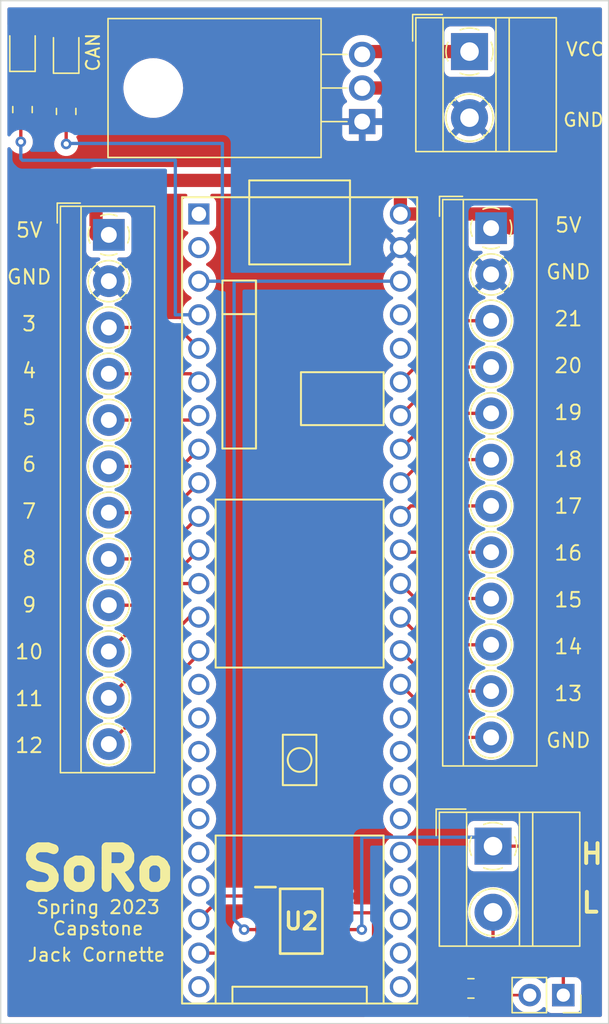
<source format=kicad_pcb>
(kicad_pcb (version 20211014) (generator pcbnew)
  (layers (0 "F.Cu" signal) (31 "B.Cu" signal) (34 "B.Paste" user) (35 "F.Paste" user) (36 "B.SilkS" user "B.Silkscreen") (37 "F.SilkS" user "F.Silkscreen") (38 "B.Mask" user) (39 "F.Mask" user) (44 "Edge.Cuts" user))
  (net 0 "")
  (net 1 "GND")
  (net 2 "+BATT")
  (net 3 "Net-(J3-Pad1)")
  (net 4 "Net-(J3-Pad2)")
  (net 5 "unconnected-(U3-Pad3)")
  (net 6 "unconnected-(U3-Pad4)")
  (net 7 "5v")
  (net 8 "Net-(J1-Pad3)")
  (net 9 "Net-(J1-Pad4)")
  (net 10 "Net-(J1-Pad5)")
  (net 11 "Net-(J1-Pad6)")
  (net 12 "Net-(J1-Pad7)")
  (net 13 "Net-(J1-Pad8)")
  (net 14 "Net-(J1-Pad9)")
  (net 15 "Net-(J1-Pad10)")
  (net 16 "Net-(J1-Pad11)")
  (net 17 "Net-(J1-Pad12)")
  (net 18 "Net-(J2-Pad12)")
  (net 19 "Net-(U2-Pad1)")
  (net 20 "3v3")
  (net 21 "Net-(U2-Pad4)")
  (net 22 "Net-(J2-Pad3)")
  (net 23 "Net-(J2-Pad4)")
  (net 43 "Net-(J2-Pad5)")
  (net 44 "Net-(J2-Pad6)")
  (net 45 "Net-(J2-Pad7)")
  (net 46 "Net-(J2-Pad8)")
  (net 47 "Net-(J2-Pad9)")
  (net 48 "Net-(J2-Pad10)")
  (net 49 "Net-(J2-Pad11)")
  (footprint "MAX3051_footprint:SOIC127P600X175-8N" (layer "F.Cu") (at 146.05 122.428)
    (fp_text reference "U2" (at 0 0) (layer "F.SilkS") (effects (font (size 1.27 1.27) (thickness 0.254))))
    (fp_text value "MAX3051" hide)
    (fp_line (start 1.6 2.45) (end -1.6 2.45) (layer "F.SilkS") (width 0.2))
    (fp_line (start -1.6 2.45) (end -1.6 -2.45) (layer "F.SilkS") (width 0.2))
    (fp_line (start -1.6 -2.45) (end 1.6 -2.45) (layer "F.SilkS") (width 0.2))
    (fp_line (start -3.475 -2.58) (end -1.95 -2.58) (layer "F.SilkS") (width 0.2))
    (fp_line (start 1.6 -2.45) (end 1.6 2.45) (layer "F.SilkS") (width 0.2))
    (pad "1" smd rect locked (at -2.712 -1.905 90) (size 0.65 1.525) (layers "F.Cu" "F.Paste" "F.Mask") (net 19 "Net-(U2-Pad1)"))
    (pad "2" smd rect locked (at -2.712 -0.635 90) (size 0.65 1.525) (layers "F.Cu" "F.Paste" "F.Mask") (net 1 "GND"))
    (pad "3" smd rect locked (at -2.712 0.635 90) (size 0.65 1.525) (layers "F.Cu" "F.Paste" "F.Mask") (net 20 "3v3"))
    (pad "4" smd rect locked (at -2.712 1.905 90) (size 0.65 1.525) (layers "F.Cu" "F.Paste" "F.Mask") (net 21 "Net-(U2-Pad4)"))
    (pad "5" smd rect locked (at 2.712 1.905 90) (size 0.65 1.525) (layers "F.Cu" "F.Paste" "F.Mask") (net 1 "GND"))
    (pad "6" smd rect locked (at 2.712 0.635 90) (size 0.65 1.525) (layers "F.Cu" "F.Paste" "F.Mask") (net 4 "Net-(J3-Pad2)"))
    (pad "7" smd rect locked (at 2.712 -0.635 90) (size 0.65 1.525) (layers "F.Cu" "F.Paste" "F.Mask") (net 3 "Net-(J3-Pad1)"))
    (pad "8" smd rect locked (at 2.712 -1.905 90) (size 0.65 1.525) (layers "F.Cu" "F.Paste" "F.Mask") (net 1 "GND"))
  )
  (footprint "LED_SMD:LED_0805_2012Metric" (layer "F.Cu") (at 128.27 56.633 90)
    (fp_text reference "CAN" (at -0.1035 2.032 90) (layer "F.SilkS"))
    (fp_text value "LED_0805_2012Metric" hide)
    (fp_line (start -1.685 0.96) (end 1 0.96) (layer "F.SilkS") (width 0.12))
    (fp_line (start 1 -0.96) (end -1.685 -0.96) (layer "F.SilkS") (width 0.12))
    (fp_line (start -1.685 -0.96) (end -1.685 0.96) (layer "F.SilkS") (width 0.12))
    (pad "1" smd roundrect (at -0.9375 0 90) (size 0.975 1.4) (layers "F.Cu" "F.Paste" "F.Mask"))
    (pad "2" smd roundrect (at 0.9375 0 90) (size 0.975 1.4) (layers "F.Cu" "F.Paste" "F.Mask") (net 1 "GND"))
  )
  (footprint "teensy_footprint:Teensy41_pinHeadOnly" (layer "F.Cu") (at 145.923 98.171 -90)
    (fp_text reference "U3" hide)
    (fp_text value "Teensy4.1")
    (fp_line (start -25.4 -3.81) (end -30.48 -3.81) (layer "F.SilkS") (width 0.15))
    (fp_line (start -17.25 -0.1016) (end -13.25 -0.1016) (layer "F.SilkS") (width 0.15))
    (fp_line (start 29.21 5.08) (end 30.48 5.08) (layer "F.SilkS") (width 0.15))
    (fp_line (start -30.48 8.89) (end -30.48 -8.89) (layer "F.SilkS") (width 0.15))
    (fp_line (start -11.4808 5.8392) (end -24.1808 5.8392) (layer "F.SilkS") (width 0.15))
    (fp_line (start -30.48 -8.89) (end 30.48 -8.89) (layer "F.SilkS") (width 0.15))
    (fp_line (start -25.4 3.81) (end -30.48 3.81) (layer "F.SilkS") (width 0.15))
    (fp_line (start -13.25 -6.3516) (end -17.25 -6.3516) (layer "F.SilkS") (width 0.15))
    (fp_line (start -7.62 -6.35) (end -7.62 6.35) (layer "F.SilkS") (width 0.15))
    (fp_line (start -31.75 3.81) (end -31.75 -3.81) (layer "F.SilkS") (width 0.15))
    (fp_line (start 30.48 -5.08) (end 29.21 -5.08) (layer "F.SilkS") (width 0.15))
    (fp_line (start -7.62 6.35) (end 5.08 6.35) (layer "F.SilkS") (width 0.15))
    (fp_line (start -24.1808 5.8392) (end -24.1808 3.2992) (layer "F.SilkS") (width 0.15))
    (fp_line (start 30.48 -8.89) (end 30.48 8.89) (layer "F.SilkS") (width 0.15))
    (fp_line (start -21.6408 3.2992) (end -21.6408 5.8392) (layer "F.SilkS") (width 0.15))
    (fp_line (start 10.16 1.27) (end 10.16 -1.27) (layer "F.SilkS") (width 0.15))
    (fp_line (start -13.25 -0.1016) (end -13.25 -6.3516) (layer "F.SilkS") (width 0.15))
    (fp_line (start -24.1808 3.2992) (end -21.6408 3.2992) (layer "F.SilkS") (width 0.15))
    (fp_line (start -25.4 3.81) (end -25.4 -3.81) (layer "F.SilkS") (width 0.15))
    (fp_line (start 30.48 -6.35) (end 17.78 -6.35) (layer "F.SilkS") (width 0.15))
    (fp_line (start -17.25 -6.1016) (end -17.25 -0.1016) (layer "F.SilkS") (width 0.15))
    (fp_line (start 5.08 6.35) (end 5.08 -6.35) (layer "F.SilkS") (width 0.15))
    (fp_line (start 30.48 8.89) (end -30.48 8.89) (layer "F.SilkS") (width 0.15))
    (fp_line (start -17.25 -6.3516) (end -17.25 -6.1016) (layer "F.SilkS") (width 0.15))
    (fp_line (start -31.75 -3.81) (end -30.48 -3.81) (layer "F.SilkS") (width 0.15))
    (fp_line (start 10.16 -1.27) (end 13.97 -1.27) (layer "F.SilkS") (width 0.15))
    (fp_line (start 13.97 1.27) (end 10.16 1.27) (layer "F.SilkS") (width 0.15))
    (fp_line (start 17.78 -6.35) (end 17.78 6.35) (layer "F.SilkS") (width 0.15))
    (fp_line (start 17.78 6.35) (end 30.48 6.35) (layer "F.SilkS") (width 0.15))
    (fp_line (start 5.08 -6.35) (end -7.62 -6.35) (layer "F.SilkS") (width 0.15))
    (fp_line (start 29.21 -5.08) (end 29.21 5.08) (layer "F.SilkS") (width 0.15))
    (fp_line (start 13.97 -1.27) (end 13.97 1.27) (layer "F.SilkS") (width 0.15))
    (fp_line (start -30.48 3.81) (end -31.75 3.81) (layer "F.SilkS") (width 0.15))
    (fp_line (start -11.4808 3.2992) (end -11.4808 5.8392) (layer "F.SilkS") (width 0.15))
    (fp_line (start -24.1808 3.2992) (end -11.4808 3.2992) (layer "F.SilkS") (width 0.15))
    (fp_circle (center 12.065 0) (end 12.7 -0.635) (layer "F.SilkS") (width 0.15) (fill none))
    (pad "1" thru_hole rect (at -29.21 7.62 270) (size 1.6 1.6) (drill 1.1) (layers *.Cu *.Mask))
    (pad "2" thru_hole circle (at -26.67 7.62 270) (size 1.6 1.6) (drill 1.1) (layers *.Cu *.Mask))
    (pad "3" thru_hole circle (at -24.13 7.62 270) (size 1.6 1.6) (drill 1.1) (layers *.Cu *.Mask) (net 5 "unconnected-(U3-Pad3)"))
    (pad "4" thru_hole circle (at -21.59 7.62 270) (size 1.6 1.6) (drill 1.1) (layers *.Cu *.Mask) (net 6 "unconnected-(U3-Pad4)"))
    (pad "5" thru_hole circle (at -19.05 7.62 270) (size 1.6 1.6) (drill 1.1) (layers *.Cu *.Mask) (net 8 "Net-(J1-Pad3)"))
    (pad "6" thru_hole circle (at -16.51 7.62 270) (size 1.6 1.6) (drill 1.1) (layers *.Cu *.Mask) (net 9 "Net-(J1-Pad4)"))
    (pad "7" thru_hole circle (at -13.97 7.62 270) (size 1.6 1.6) (drill 1.1) (layers *.Cu *.Mask) (net 10 "Net-(J1-Pad5)"))
    (pad "8" thru_hole circle (at -11.43 7.62 270) (size 1.6 1.6) (drill 1.1) (layers *.Cu *.Mask) (net 11 "Net-(J1-Pad6)"))
    (pad "9" thru_hole circle (at -8.89 7.62 270) (size 1.6 1.6) (drill 1.1) (layers *.Cu *.Mask) (net 12 "Net-(J1-Pad7)"))
    (pad "10" thru_hole circle (at -6.35 7.62 270) (size 1.6 1.6) (drill 1.1) (layers *.Cu *.Mask) (net 13 "Net-(J1-Pad8)"))
    (pad "11" thru_hole circle (at -3.81 7.62 270) (size 1.6 1.6) (drill 1.1) (layers *.Cu *.Mask) (net 14 "Net-(J1-Pad9)"))
    (pad "12" thru_hole circle (at -1.27 7.62 270) (size 1.6 1.6) (drill 1.1) (layers *.Cu *.Mask) (net 15 "Net-(J1-Pad10)"))
    (pad "13" thru_hole circle (at 1.27 7.62 270) (size 1.6 1.6) (drill 1.1) (layers *.Cu *.Mask) (net 16 "Net-(J1-Pad11)"))
    (pad "14" thru_hole circle (at 3.81 7.62 270) (size 1.6 1.6) (drill 1.1) (layers *.Cu *.Mask) (net 17 "Net-(J1-Pad12)"))
    (pad "15" thru_hole circle (at 6.35 7.62 270) (size 1.6 1.6) (drill 1.1) (layers *.Cu *.Mask))
    (pad "16" thru_hole circle (at 8.89 7.62 270) (size 1.6 1.6) (drill 1.1) (layers *.Cu *.Mask))
    (pad "17" thru_hole circle (at 11.43 7.62 270) (size 1.6 1.6) (drill 1.1) (layers *.Cu *.Mask))
    (pad "18" thru_hole circle (at 13.97 7.62 270) (size 1.6 1.6) (drill 1.1) (layers *.Cu *.Mask))
    (pad "19" thru_hole circle (at 16.51 7.62 270) (size 1.6 1.6) (drill 1.1) (layers *.Cu *.Mask))
    (pad "20" thru_hole circle (at 19.05 7.62 270) (size 1.6 1.6) (drill 1.1) (layers *.Cu *.Mask))
    (pad "21" thru_hole circle (at 21.59 7.62 270) (size 1.6 1.6) (drill 1.1) (layers *.Cu *.Mask))
    (pad "22" thru_hole circle (at 24.13 7.62 270) (size 1.6 1.6) (drill 1.1) (layers *.Cu *.Mask) (net 19 "Net-(U2-Pad1)"))
    (pad "23" thru_hole circle (at 26.67 7.62 270) (size 1.6 1.6) (drill 1.1) (layers *.Cu *.Mask) (net 21 "Net-(U2-Pad4)"))
    (pad "24" thru_hole circle (at 29.21 7.62 270) (size 1.6 1.6) (drill 1.1) (layers *.Cu *.Mask))
    (pad "25" thru_hole circle (at 29.21 -7.62 270) (size 1.6 1.6) (drill 1.1) (layers *.Cu *.Mask))
    (pad "26" thru_hole circle (at 26.67 -7.62 270) (size 1.6 1.6) (drill 1.1) (layers *.Cu *.Mask))
    (pad "27" thru_hole circle (at 24.13 -7.62 270) (size 1.6 1.6) (drill 1.1) (layers *.Cu *.Mask))
    (pad "28" thru_hole circle (at 21.59 -7.62 270) (size 1.6 1.6) (drill 1.1) (layers *.Cu *.Mask))
    (pad "29" thru_hole circle (at 19.05 -7.62 270) (size 1.6 1.6) (drill 1.1) (layers *.Cu *.Mask))
    (pad "30" thru_hole circle (at 16.51 -7.62 270) (size 1.6 1.6) (drill 1.1) (layers *.Cu *.Mask))
    (pad "31" thru_hole circle (at 13.97 -7.62 270) (size 1.6 1.6) (drill 1.1) (layers *.Cu *.Mask))
    (pad "32" thru_hole circle (at 11.43 -7.62 270) (size 1.6 1.6) (drill 1.1) (layers *.Cu *.Mask))
    (pad "33" thru_hole circle (at 8.89 -7.62 270) (size 1.6 1.6) (drill 1.1) (layers *.Cu *.Mask))
    (pad "34" thru_hole circle (at 6.35 -7.62 270) (size 1.6 1.6) (drill 1.1) (layers *.Cu *.Mask) (net 18 "Net-(J2-Pad12)"))
    (pad "35" thru_hole circle (at 3.81 -7.62 270) (size 1.6 1.6) (drill 1.1) (layers *.Cu *.Mask) (net 49 "Net-(J2-Pad11)"))
    (pad "36" thru_hole circle (at 1.27 -7.62 270) (size 1.6 1.6) (drill 1.1) (layers *.Cu *.Mask) (net 48 "Net-(J2-Pad10)"))
    (pad "37" thru_hole circle (at -1.27 -7.62 270) (size 1.6 1.6) (drill 1.1) (layers *.Cu *.Mask) (net 47 "Net-(J2-Pad9)"))
    (pad "38" thru_hole circle (at -3.81 -7.62 270) (size 1.6 1.6) (drill 1.1) (layers *.Cu *.Mask) (net 46 "Net-(J2-Pad8)"))
    (pad "39" thru_hole circle (at -6.35 -7.62 270) (size 1.6 1.6) (drill 1.1) (layers *.Cu *.Mask) (net 45 "Net-(J2-Pad7)"))
    (pad "40" thru_hole circle (at -8.89 -7.62 270) (size 1.6 1.6) (drill 1.1) (layers *.Cu *.Mask) (net 44 "Net-(J2-Pad6)"))
    (pad "41" thru_hole circle (at -11.43 -7.62 270) (size 1.6 1.6) (drill 1.1) (layers *.Cu *.Mask) (net 43 "Net-(J2-Pad5)"))
    (pad "42" thru_hole circle (at -13.97 -7.62 270) (size 1.6 1.6) (drill 1.1) (layers *.Cu *.Mask) (net 23 "Net-(J2-Pad4)"))
    (pad "43" thru_hole circle (at -16.51 -7.62 270) (size 1.6 1.6) (drill 1.1) (layers *.Cu *.Mask) (net 22 "Net-(J2-Pad3)"))
    (pad "44" thru_hole circle (at -19.05 -7.62 270) (size 1.6 1.6) (drill 1.1) (layers *.Cu *.Mask))
    (pad "45" thru_hole circle (at -21.59 -7.62 270) (size 1.6 1.6) (drill 1.1) (layers *.Cu *.Mask))
    (pad "46" thru_hole circle (at -24.13 -7.62 270) (size 1.6 1.6) (drill 1.1) (layers *.Cu *.Mask) (net 20 "3v3"))
    (pad "47" thru_hole circle (at -26.67 -7.62 270) (size 1.6 1.6) (drill 1.1) (layers *.Cu *.Mask) (net 1 "GND"))
    (pad "48" thru_hole circle (at -29.21 -7.62 270) (size 1.6 1.6) (drill 1.1) (layers *.Cu *.Mask) (net 7 "5v"))
  )
  (footprint "Package_TO_SOT_THT:TO-220F-3_Horizontal_TabDown" (layer "F.Cu") (at 150.655 61.976 90)
    (fp_text reference "U1" hide)
    (fp_text value "LM1084-5.0")
    (fp_line (start 2.54 -3.11) (end 2.54 -1.15) (layer "F.SilkS") (width 0.12))
    (fp_line (start -2.71 -19.22) (end -2.71 -3.11) (layer "F.SilkS") (width 0.12))
    (fp_line (start 5.08 -3.11) (end 5.08 -1.15) (layer "F.SilkS") (width 0.12))
    (fp_line (start 7.79 -19.22) (end 7.79 -3.11) (layer "F.SilkS") (width 0.12))
    (fp_line (start -2.71 -19.22) (end 7.79 -19.22) (layer "F.SilkS") (width 0.12))
    (fp_line (start 0 -3.11) (end 0 -1.15) (layer "F.SilkS") (width 0.12))
    (fp_line (start -2.71 -3.11) (end 7.79 -3.11) (layer "F.SilkS") (width 0.12))
    (pad "" np_thru_hole oval (at 2.54 -15.8 90) (size 3.5 3.5) (drill 3.5) (layers *.Cu *.Mask))
    (pad "1" thru_hole rect (at 0 0 90) (size 1.905 2) (drill 1.2) (layers *.Cu *.Mask) (net 1 "GND"))
    (pad "2" thru_hole oval (at 2.54 0 90) (size 1.905 2) (drill 1.2) (layers *.Cu *.Mask) (net 7 "5v"))
    (pad "3" thru_hole oval (at 5.08 0 90) (size 1.905 2) (drill 1.2) (layers *.Cu *.Mask) (net 2 "+BATT"))
  )
  (footprint "TerminalBlock_4Ucon:TerminalBlock_4Ucon_1x12_P3.50mm_Horizontal" (layer "F.Cu") (at 131.495 70.539 -90)
    (fp_text reference "J1" hide)
    (fp_text value "Screw_Terminal_01x12" hide)
    (fp_line (start -2.16 2.1) (end 40.66 2.1) (layer "F.SilkS") (width 0.12))
    (fp_line (start -2.16 -3.46) (end 40.66 -3.46) (layer "F.SilkS") (width 0.12))
    (fp_line (start -2.4 2.16) (end -2.4 3.9) (layer "F.SilkS") (width 0.12))
    (fp_line (start -2.4 3.9) (end -0.9 3.9) (layer "F.SilkS") (width 0.12))
    (fp_line (start 40.66 -3.46) (end 40.66 3.66) (layer "F.SilkS") (width 0.12))
    (fp_line (start -2.16 -3.46) (end -2.16 3.66) (layer "F.SilkS") (width 0.12))
    (fp_line (start -2.16 3.66) (end 40.66 3.66) (layer "F.SilkS") (width 0.12))
    (fp_arc (start 0.027011 1.555493) (mid -0.296984 1.527118) (end -0.608 1.432) (layer "F.SilkS") (width 0.12))
    (fp_arc (start -0.607742 -1.432109) (mid 0.00014 -1.555727) (end 0.608 -1.432) (layer "F.SilkS") (width 0.12))
    (fp_arc (start 1.432109 -0.607742) (mid 1.555727 0.00014) (end 1.432 0.608) (layer "F.SilkS") (width 0.12))
    (fp_arc (start -1.432109 0.607742) (mid -1.555727 -0.00014) (end -1.432 -0.608) (layer "F.SilkS") (width 0.12))
    (fp_arc (start 0.607587 1.431385) (mid 0.310017 1.523783) (end 0 1.555) (layer "F.SilkS") (width 0.12))
    (fp_circle (center 7 0) (end 8.555 0) (layer "F.SilkS") (width 0.12) (fill none))
    (fp_circle (center 28 0) (end 29.555 0) (layer "F.SilkS") (width 0.12) (fill none))
    (fp_circle (center 38.5 0) (end 40.055 0) (layer "F.SilkS") (width 0.12) (fill none))
    (fp_circle (center 10.5 0) (end 12.055 0) (layer "F.SilkS") (width 0.12) (fill none))
    (fp_circle (center 35 0) (end 36.555 0) (layer "F.SilkS") (width 0.12) (fill none))
    (fp_circle (center 31.5 0) (end 33.055 0) (layer "F.SilkS") (width 0.12) (fill none))
    (fp_circle (center 17.5 0) (end 19.055 0) (layer "F.SilkS") (width 0.12) (fill none))
    (fp_circle (center 14 0) (end 15.555 0) (layer "F.SilkS") (width 0.12) (fill none))
    (fp_circle (center 21 0) (end 22.555 0) (layer "F.SilkS") (width 0.12) (fill none))
    (fp_circle (center 3.5 0) (end 5.055 0) (layer "F.SilkS") (width 0.12) (fill none))
    (fp_circle (center 24.5 0) (end 26.055 0) (layer "F.SilkS") (width 0.12) (fill none))
    (pad "1" thru_hole rect (at 0 0 270) (size 2.4 2.4) (drill 1.2) (layers *.Cu *.Mask) (net 7 "5v"))
    (pad "2" thru_hole circle (at 3.5 0 270) (size 2.4 2.4) (drill 1.2) (layers *.Cu *.Mask) (net 1 "GND"))
    (pad "3" thru_hole circle (at 7 0 270) (size 2.4 2.4) (drill 1.2) (layers *.Cu *.Mask) (net 8 "Net-(J1-Pad3)"))
    (pad "4" thru_hole circle (at 10.5 0 270) (size 2.4 2.4) (drill 1.2) (layers *.Cu *.Mask) (net 9 "Net-(J1-Pad4)"))
    (pad "5" thru_hole circle (at 14 0 270) (size 2.4 2.4) (drill 1.2) (layers *.Cu *.Mask) (net 10 "Net-(J1-Pad5)"))
    (pad "6" thru_hole circle (at 17.5 0 270) (size 2.4 2.4) (drill 1.2) (layers *.Cu *.Mask) (net 11 "Net-(J1-Pad6)"))
    (pad "7" thru_hole circle (at 21 0 270) (size 2.4 2.4) (drill 1.2) (layers *.Cu *.Mask) (net 12 "Net-(J1-Pad7)"))
    (pad "8" thru_hole circle (at 24.5 0 270) (size 2.4 2.4) (drill 1.2) (layers *.Cu *.Mask) (net 13 "Net-(J1-Pad8)"))
    (pad "9" thru_hole circle (at 28 0 270) (size 2.4 2.4) (drill 1.2) (layers *.Cu *.Mask) (net 14 "Net-(J1-Pad9)"))
    (pad "10" thru_hole circle (at 31.5 0 270) (size 2.4 2.4) (drill 1.2) (layers *.Cu *.Mask) (net 15 "Net-(J1-Pad10)"))
    (pad "11" thru_hole circle (at 35 0 270) (size 2.4 2.4) (drill 1.2) (layers *.Cu *.Mask) (net 16 "Net-(J1-Pad11)"))
    (pad "12" thru_hole circle (at 38.5 0 270) (size 2.4 2.4) (drill 1.2) (layers *.Cu *.Mask) (net 17 "Net-(J1-Pad12)"))
  )
  (footprint "Resistor_SMD:R_0805_2012Metric" (layer "F.Cu") (at 124.968 61.067 -90)
    (fp_text reference "R3" hide)
    (fp_text value "R_US" hide)
    (fp_line (start -0.227064 0.735) (end 0.227064 0.735) (layer "F.SilkS") (width 0.12))
    (fp_line (start -0.227064 -0.735) (end 0.227064 -0.735) (layer "F.SilkS") (width 0.12))
    (pad "1" smd roundrect (at -0.9125 0 270) (size 1.025 1.4) (layers "F.Cu" "F.Paste" "F.Mask") (roundrect_rratio 0.243902439))
    (pad "2" smd roundrect (at 0.9125 0 270) (size 1.025 1.4) (layers "F.Cu" "F.Paste" "F.Mask") (roundrect_rratio 0.243902439) (net 6 "unconnected-(U3-Pad4)"))
  )
  (footprint "TerminalBlock_4Ucon:TerminalBlock_4Ucon_1x12_P3.50mm_Horizontal" (layer "F.Cu") (at 160.400988 70.030996 -90)
    (fp_text reference "J2" hide)
    (fp_text value "Screw_Terminal_01x12" hide)
    (fp_line (start -2.16 -3.46) (end 40.66 -3.46) (layer "F.SilkS") (width 0.12))
    (fp_line (start 40.66 -3.46) (end 40.66 3.66) (layer "F.SilkS") (width 0.12))
    (fp_line (start -2.4 3.9) (end -0.9 3.9) (layer "F.SilkS") (width 0.12))
    (fp_line (start -2.4 2.16) (end -2.4 3.9) (layer "F.SilkS") (width 0.12))
    (fp_line (start -2.16 3.66) (end 40.66 3.66) (layer "F.SilkS") (width 0.12))
    (fp_line (start -2.16 -3.46) (end -2.16 3.66) (layer "F.SilkS") (width 0.12))
    (fp_line (start -2.16 2.1) (end 40.66 2.1) (layer "F.SilkS") (width 0.12))
    (fp_arc (start -0.607742 -1.432109) (mid 0.00014 -1.555727) (end 0.608 -1.432) (layer "F.SilkS") (width 0.12))
    (fp_arc (start 0.027011 1.555493) (mid -0.296984 1.527118) (end -0.608 1.432) (layer "F.SilkS") (width 0.12))
    (fp_arc (start -1.432109 0.607742) (mid -1.555727 -0.00014) (end -1.432 -0.608) (layer "F.SilkS") (width 0.12))
    (fp_arc (start 0.607587 1.431385) (mid 0.310017 1.523783) (end 0 1.555) (layer "F.SilkS") (width 0.12))
    (fp_arc (start 1.432109 -0.607742) (mid 1.555727 0.00014) (end 1.432 0.608) (layer "F.SilkS") (width 0.12))
    (fp_circle (center 38.5 0) (end 40.055 0) (layer "F.SilkS") (width 0.12) (fill none))
    (fp_circle (center 35 0) (end 36.555 0) (layer "F.SilkS") (width 0.12) (fill none))
    (fp_circle (center 21 0) (end 22.555 0) (layer "F.SilkS") (width 0.12) (fill none))
    (fp_circle (center 31.5 0) (end 33.055 0) (layer "F.SilkS") (width 0.12) (fill none))
    (fp_circle (center 10.5 0) (end 12.055 0) (layer "F.SilkS") (width 0.12) (fill none))
    (fp_circle (center 17.5 0) (end 19.055 0) (layer "F.SilkS") (width 0.12) (fill none))
    (fp_circle (center 14 0) (end 15.555 0) (layer "F.SilkS") (width 0.12) (fill none))
    (fp_circle (center 24.5 0) (end 26.055 0) (layer "F.SilkS") (width 0.12) (fill none))
    (fp_circle (center 28 0) (end 29.555 0) (layer "F.SilkS") (width 0.12) (fill none))
    (fp_circle (center 3.5 0) (end 5.055 0) (layer "F.SilkS") (width 0.12) (fill none))
    (fp_circle (center 7 0) (end 8.555 0) (layer "F.SilkS") (width 0.12) (fill none))
    (pad "1" thru_hole rect (at 0 0 270) (size 2.4 2.4) (drill 1.2) (layers *.Cu *.Mask) (net 7 "5v"))
    (pad "2" thru_hole circle (at 3.5 0 270) (size 2.4 2.4) (drill 1.2) (layers *.Cu *.Mask) (net 1 "GND"))
    (pad "3" thru_hole circle (at 7 0 270) (size 2.4 2.4) (drill 1.2) (layers *.Cu *.Mask) (net 22 "Net-(J2-Pad3)"))
    (pad "4" thru_hole circle (at 10.5 0 270) (size 2.4 2.4) (drill 1.2) (layers *.Cu *.Mask) (net 23 "Net-(J2-Pad4)"))
    (pad "5" thru_hole circle (at 14 0 270) (size 2.4 2.4) (drill 1.2) (layers *.Cu *.Mask) (net 43 "Net-(J2-Pad5)"))
    (pad "6" thru_hole circle (at 17.5 0 270) (size 2.4 2.4) (drill 1.2) (layers *.Cu *.Mask) (net 44 "Net-(J2-Pad6)"))
    (pad "7" thru_hole circle (at 21 0 270) (size 2.4 2.4) (drill 1.2) (layers *.Cu *.Mask) (net 45 "Net-(J2-Pad7)"))
    (pad "8" thru_hole circle (at 24.5 0 270) (size 2.4 2.4) (drill 1.2) (layers *.Cu *.Mask) (net 46 "Net-(J2-Pad8)"))
    (pad "9" thru_hole circle (at 28 0 270) (size 2.4 2.4) (drill 1.2) (layers *.Cu *.Mask) (net 47 "Net-(J2-Pad9)"))
    (pad "10" thru_hole circle (at 31.5 0 270) (size 2.4 2.4) (drill 1.2) (layers *.Cu *.Mask) (net 48 "Net-(J2-Pad10)"))
    (pad "11" thru_hole circle (at 35 0 270) (size 2.4 2.4) (drill 1.2) (layers *.Cu *.Mask) (net 49 "Net-(J2-Pad11)"))
    (pad "12" thru_hole circle (at 38.5 0 270) (size 2.4 2.4) (drill 1.2) (layers *.Cu *.Mask) (net 18 "Net-(J2-Pad12)"))
  )
  (footprint "Connector_PinSocket_2.54mm:PinSocket_1x02_P2.54mm_Vertical" (layer "F.Cu") (at 165.862 128.016 -90)
    (fp_text reference "REF**" hide)
    (fp_text value "PinSocket_1x02_P2.54mm_Vertical" hide)
    (fp_line (start -1.33 1.27) (end -1.33 3.87) (layer "F.SilkS") (width 0.12))
    (fp_line (start -1.33 3.87) (end 1.33 3.87) (layer "F.SilkS") (width 0.12))
    (fp_line (start 0 -1.33) (end 1.33 -1.33) (layer "F.SilkS") (width 0.12))
    (fp_line (start -1.33 1.27) (end 1.33 1.27) (layer "F.SilkS") (width 0.12))
    (fp_line (start 1.33 1.27) (end 1.33 3.87) (layer "F.SilkS") (width 0.12))
    (fp_line (start 1.33 -1.33) (end 1.33 0) (layer "F.SilkS") (width 0.12))
    (pad "1" thru_hole rect (at 0 0 270) (size 1.7 1.7) (drill 1) (layers *.Cu *.Mask) (net 4 "Net-(J3-Pad2)"))
    (pad "2" thru_hole oval (at 0 2.54 270) (size 1.7 1.7) (drill 1) (layers *.Cu *.Mask))
  )
  (footprint "Resistor_SMD:R_0805_2012Metric" (layer "F.Cu") (at 158.877 127.508)
    (fp_text reference "R3" hide)
    (fp_text value "R_US")
    (fp_line (start -0.227064 -0.735) (end 0.227064 -0.735) (layer "F.SilkS") (width 0.12))
    (fp_line (start -0.227064 0.735) (end 0.227064 0.735) (layer "F.SilkS") (width 0.12))
    (pad "1" smd roundrect (at -0.9125 0) (size 1.025 1.4) (layers "F.Cu" "F.Paste" "F.Mask") (roundrect_rratio 0.243902439) (net 3 "Net-(J3-Pad1)"))
    (pad "2" smd roundrect (at 0.9125 0) (size 1.025 1.4) (layers "F.Cu" "F.Paste" "F.Mask") (roundrect_rratio 0.243902439))
  )
  (footprint "Resistor_SMD:R_0805_2012Metric" (layer "F.Cu") (at 128.27 61.205 -90)
    (fp_text reference "R3" hide)
    (fp_text value "R_US" hide)
    (fp_line (start -0.227064 0.735) (end 0.227064 0.735) (layer "F.SilkS") (width 0.12))
    (fp_line (start -0.227064 -0.735) (end 0.227064 -0.735) (layer "F.SilkS") (width 0.12))
    (pad "1" smd roundrect (at -0.9125 0 270) (size 1.025 1.4) (layers "F.Cu" "F.Paste" "F.Mask") (roundrect_rratio 0.243902439))
    (pad "2" smd roundrect (at 0.9125 0 270) (size 1.025 1.4) (layers "F.Cu" "F.Paste" "F.Mask") (roundrect_rratio 0.243902439) (net 5 "unconnected-(U3-Pad3)"))
  )
  (footprint "TerminalBlock_MetzConnect:TerminalBlock_MetzConnect_Type011_RT05502HBWC_1x02_P5.00mm_Horizontal" (layer "F.Cu") (at 158.77 56.682 -90)
    (fp_text reference "J3" hide)
    (fp_text value "Screw_Terminal_01x02" hide)
    (fp_line (start -2.8 4.3) (end -0.8 4.3) (layer "F.SilkS") (width 0.12))
    (fp_line (start 7.56 -6.56) (end 7.56 4.06) (layer "F.SilkS") (width 0.12))
    (fp_line (start 3.7 1.083) (end 3.65 1.133) (layer "F.SilkS") (width 0.12))
    (fp_line (start 6.133 -1.35) (end 6.108 -1.326) (layer "F.SilkS") (width 0.12))
    (fp_line (start -2.8 2.06) (end -2.8 4.3) (layer "F.SilkS") (width 0.12))
    (fp_line (start -2.56 2) (end 7.56 2) (layer "F.SilkS") (width 0.12))
    (fp_line (start -2.56 -6.56) (end 7.56 -6.56) (layer "F.SilkS") (width 0.12))
    (fp_line (start -2.56 4.06) (end 7.56 4.06) (layer "F.SilkS") (width 0.12))
    (fp_line (start 3.892 1.325) (end 3.868 1.35) (layer "F.SilkS") (width 0.12))
    (fp_line (start -2.56 -3) (end 7.56 -3) (layer "F.SilkS") (width 0.12))
    (fp_line (start -2.56 -6.56) (end -2.56 4.06) (layer "F.SilkS") (width 0.12))
    (fp_line (start 6.35 -1.133) (end 6.301 -1.083) (layer "F.SilkS") (width 0.12))
    (fp_line (start -2.56 -2) (end 7.56 -2) (layer "F.SilkS") (width 0.12))
    (fp_arc (start 1.639206 -0.695516) (mid 1.780657 0.000263) (end 1.639 0.696) (layer "F.SilkS") (width 0.12))
    (fp_arc (start -0.695516 -1.639206) (mid 0.000263 -1.780657) (end 0.696 -1.639) (layer "F.SilkS") (width 0.12))
    (fp_arc (start 0.695501 1.638499) (mid 0.354875 1.744266) (end 0 1.78) (layer "F.SilkS") (width 0.12))
    (fp_arc (start -1.639206 0.695516) (mid -1.780657 -0.000263) (end -1.639 -0.696) (layer "F.SilkS") (width 0.12))
    (fp_arc (start 0.030814 1.78039) (mid -0.340023 1.747891) (end -0.696 1.639) (layer "F.SilkS") (width 0.12))
    (fp_circle (center 5 0) (end 6.78 0) (layer "F.SilkS") (width 0.12) (fill none))
    (pad "1" thru_hole rect (at 0 0 270) (size 2.8 2.8) (drill 1.4) (layers *.Cu *.Mask) (net 2 "+BATT"))
    (pad "2" thru_hole circle (at 5 0 270) (size 2.8 2.8) (drill 1.4) (layers *.Cu *.Mask) (net 1 "GND"))
  )
  (footprint "TerminalBlock_MetzConnect:TerminalBlock_MetzConnect_Type011_RT05502HBWC_1x02_P5.00mm_Horizontal" (layer "F.Cu") (at 160.548 116.753 -90)
    (fp_text reference "J3" hide)
    (fp_text value "Screw_Terminal_01x02" hide)
    (fp_line (start 6.35 -1.133) (end 6.301 -1.083) (layer "F.SilkS") (width 0.12))
    (fp_line (start 7.56 -6.56) (end 7.56 4.06) (layer "F.SilkS") (width 0.12))
    (fp_line (start -2.56 4.06) (end 7.56 4.06) (layer "F.SilkS") (width 0.12))
    (fp_line (start -2.56 -6.56) (end 7.56 -6.56) (layer "F.SilkS") (width 0.12))
    (fp_line (start 3.7 1.083) (end 3.65 1.133) (layer "F.SilkS") (width 0.12))
    (fp_line (start 3.892 1.325) (end 3.868 1.35) (layer "F.SilkS") (width 0.12))
    (fp_line (start -2.56 -6.56) (end -2.56 4.06) (layer "F.SilkS") (width 0.12))
    (fp_line (start -2.8 2.06) (end -2.8 4.3) (layer "F.SilkS") (width 0.12))
    (fp_line (start -2.56 -2) (end 7.56 -2) (layer "F.SilkS") (width 0.12))
    (fp_line (start 6.133 -1.35) (end 6.108 -1.326) (layer "F.SilkS") (width 0.12))
    (fp_line (start -2.8 4.3) (end -0.8 4.3) (layer "F.SilkS") (width 0.12))
    (fp_line (start -2.56 2) (end 7.56 2) (layer "F.SilkS") (width 0.12))
    (fp_line (start -2.56 -3) (end 7.56 -3) (layer "F.SilkS") (width 0.12))
    (fp_arc (start -0.695516 -1.639206) (mid 0.000263 -1.780657) (end 0.696 -1.639) (layer "F.SilkS") (width 0.12))
    (fp_arc (start -1.639206 0.695516) (mid -1.780657 -0.000263) (end -1.639 -0.696) (layer "F.SilkS") (width 0.12))
    (fp_arc (start 0.695501 1.638499) (mid 0.354875 1.744266) (end 0 1.78) (layer "F.SilkS") (width 0.12))
    (fp_arc (start 1.639206 -0.695516) (mid 1.780657 0.000263) (end 1.639 0.696) (layer "F.SilkS") (width 0.12))
    (fp_arc (start 0.030814 1.78039) (mid -0.340023 1.747891) (end -0.696 1.639) (layer "F.SilkS") (width 0.12))
    (fp_circle (center 5 0) (end 6.78 0) (layer "F.SilkS") (width 0.12) (fill none))
    (pad "1" thru_hole rect (at 0 0 270) (size 2.8 2.8) (drill 1.4) (layers *.Cu *.Mask) (net 4 "Net-(J3-Pad2)"))
    (pad "2" thru_hole circle (at 5 0 270) (size 2.8 2.8) (drill 1.4) (layers *.Cu *.Mask) (net 3 "Net-(J3-Pad1)"))
  )
  (footprint "LED_SMD:LED_0805_2012Metric" (layer "F.Cu") (at 124.968 56.495 90)
    (fp_text reference "REF**" hide)
    (fp_text value "LED_0805_2012Metric" hide)
    (fp_line (start -1.685 0.96) (end 1 0.96) (layer "F.SilkS") (width 0.12))
    (fp_line (start 1 -0.96) (end -1.685 -0.96) (layer "F.SilkS") (width 0.12))
    (fp_line (start -1.685 -0.96) (end -1.685 0.96) (layer "F.SilkS") (width 0.12))
    (pad "1" smd roundrect (at -0.9375 0 90) (size 0.975 1.4) (layers "F.Cu" "F.Paste" "F.Mask"))
    (pad "2" smd roundrect (at 0.9375 0 90) (size 0.975 1.4) (layers "F.Cu" "F.Paste" "F.Mask") (net 1 "GND"))
  )
  (gr_rect (start 123.317 130.175) (end 169.291 52.832) (layer "Edge.Cuts") (width 0.1) (fill none))
  (gr_text "VCC\n" (at 167.513 56.515) (layer "F.SilkS") (effects (font (size 1 1))))
  (gr_text "5V\n\nGND\n\n21\n\n20\n\n19\n\n18\n\n17\n\n16\n\n15\n\n14\n\n13\n\nGND" (at 166.243 89.281) (layer "F.SilkS") (effects (font (size 1.1 1.1))))
  (gr_text "SoRo" (at 130.683 118.491) (layer "F.SilkS") (effects (font (size 3 3) (thickness 0.75))))
  (gr_text "Jack Cornette" (at 130.556 124.968) (layer "F.SilkS") (effects (font (size 1 1))))
  (gr_text "GND" (at 167.386 61.849) (layer "F.SilkS") (effects (font (size 1 1))))
  (gr_text "5V\n\nGND\n\n3\n\n4\n\n5\n\n6\n\n7\n\n8\n\n9\n\n10\n\n11\n\n12" (at 125.476 89.662) (layer "F.SilkS") (effects (font (size 1.1 1.1))))
  (gr_text "Spring 2023\nCapstone" (at 130.683 122.174) (layer "F.SilkS") (effects (font (size 1 1))))
  (gr_text "H" (at 168.021 117.348) (layer "F.SilkS") (effects (font (size 1.5 1.5) (thickness 0.3))))
  (gr_text "L" (at 167.894 121.031) (layer "F.SilkS") (effects (font (size 1.5 1.5) (thickness 0.3))))
  (segment (start 160.2975 128.016) (end 163.322 128.016) (width 0.2) (layer "F.Cu") (net 0))
  (segment (start 159.7895 127.508) (end 160.2975 128.016) (width 0.2) (layer "F.Cu") (net 0))
  (segment (start 128.27 57.5705) (end 128.27 60.2925) (width 0.25) (layer "F.Cu") (net 0))
  (segment (start 124.968 57.4325) (end 124.968 60.1545) (width 0.25) (layer "F.Cu") (net 0))
  (segment (start 158.77 56.682) (end 150.869 56.682) (width 1) (layer "F.Cu") (net 2))
  (segment (start 150.869 56.682) (end 150.655 56.896) (width 0.25) (layer "F.Cu") (net 2))
  (segment (start 157.988 127.5315) (end 157.9645 127.508) (width 0.25) (layer "F.Cu") (net 3))
  (segment (start 148.762 121.793) (end 151.511 121.793) (width 0.25) (layer "F.Cu") (net 3))
  (segment (start 151.511 121.793) (end 151.511 129.286) (width 0.25) (layer "F.Cu") (net 3))
  (segment (start 151.511 129.286) (end 157.988 129.286) (width 0.25) (layer "F.Cu") (net 3))
  (segment (start 157.9645 127.508) (end 160.548 124.9245) (width 0.25) (layer "F.Cu") (net 3))
  (segment (start 157.988 129.286) (end 157.988 127.5315) (width 0.25) (layer "F.Cu") (net 3))
  (segment (start 160.548 124.9245) (end 160.548 121.753) (width 0.25) (layer "F.Cu") (net 3))
  (segment (start 148.762 123.063) (end 150.622 123.063) (width 0.25) (layer "F.Cu") (net 4))
  (segment (start 165.862 128.016) (end 165.862 116.713) (width 0.25) (layer "F.Cu") (net 4))
  (segment (start 165.862 116.713) (end 165.822 116.753) (width 0.25) (layer "F.Cu") (net 4))
  (segment (start 165.822 116.753) (end 160.548 116.753) (width 0.25) (layer "F.Cu") (net 4))
  (via (at 150.622 123.063) (size 0.8) (drill 0.4) (layers "F.Cu" "B.Cu") (net 4))
  (segment (start 150.622 123.063) (end 150.622 116.078) (width 0.25) (layer "B.Cu") (net 4))
  (segment (start 159.873 116.078) (end 160.548 116.753) (width 0.25) (layer "B.Cu") (net 4))
  (segment (start 150.622 116.078) (end 159.873 116.078) (width 0.25) (layer "B.Cu") (net 4))
  (segment (start 128.245 62.1425) (end 128.27 62.1175) (width 0.25) (layer "F.Cu") (net 5))
  (segment (start 128.27 63.6665) (end 128.27 62.1175) (width 0.25) (layer "F.Cu") (net 5))
  (via (at 128.27 63.6665) (size 0.8) (drill 0.4) (layers "F.Cu" "B.Cu") (net 5))
  (segment (start 128.3095 63.627) (end 140.081 63.627) (width 0.25) (layer "B.Cu") (net 5))
  (segment (start 140.081 63.627) (end 140.081 74.168) (width 0.25) (layer "B.Cu") (net 5))
  (segment (start 128.27 63.6665) (end 128.3095 63.627) (width 0.25) (layer "B.Cu") (net 5))
  (segment (start 139.954 74.041) (end 138.303 74.041) (width 0.25) (layer "B.Cu") (net 5))
  (segment (start 140.081 74.168) (end 139.954 74.041) (width 0.25) (layer "B.Cu") (net 5))
  (segment (start 124.841 63.5035) (end 124.841 62.1065) (width 0.25) (layer "F.Cu") (net 6))
  (segment (start 124.841 62.1065) (end 124.968 61.9795) (width 0.25) (layer "F.Cu") (net 6))
  (via (at 124.841 63.5035) (size 0.8) (drill 0.4) (layers "F.Cu" "B.Cu") (net 6))
  (segment (start 124.841 63.5035) (end 124.841 64.77) (width 0.25) (layer "B.Cu") (net 6))
  (segment (start 136.525 64.897) (end 136.525 76.581) (width 0.25) (layer "B.Cu") (net 6))
  (segment (start 124.841 64.77) (end 124.968 64.897) (width 0.25) (layer "B.Cu") (net 6))
  (segment (start 136.525 76.581) (end 138.303 76.581) (width 0.25) (layer "B.Cu") (net 6))
  (segment (start 124.968 64.897) (end 136.525 64.897) (width 0.25) (layer "B.Cu") (net 6))
  (segment (start 161.871 70.031) (end 161.871 69.034) (width 1) (layer "F.Cu") (net 7))
  (segment (start 153.543 59.436) (end 153.543 66.421) (width 1) (layer "F.Cu") (net 7))
  (segment (start 153.543 66.421) (end 153.543 68.961) (width 1) (layer "F.Cu") (net 7))
  (segment (start 161.798 68.961) (end 153.543 68.961) (width 1) (layer "F.Cu") (net 7))
  (segment (start 130.529 66.448) (end 130.529 70.539) (width 1) (layer "F.Cu") (net 7))
  (segment (start 150.655 59.436) (end 153.543 59.436) (width 1) (layer "F.Cu") (net 7))
  (segment (start 153.543 66.421) (end 130.556 66.421) (width 1) (layer "F.Cu") (net 7))
  (segment (start 130.556 66.421) (end 130.529 66.448) (width 1) (layer "F.Cu") (net 7))
  (segment (start 161.871 69.034) (end 161.798 68.961) (width 1) (layer "F.Cu") (net 7))
  (segment (start 131.495 77.539) (end 136.721 77.539) (width 0.25) (layer "F.Cu") (net 8))
  (segment (start 136.721 77.539) (end 138.303 79.121) (width 0.25) (layer "F.Cu") (net 8))
  (segment (start 137.681 81.039) (end 138.303 81.661) (width 0.25) (layer "F.Cu") (net 9))
  (segment (start 131.495 81.039) (end 137.681 81.039) (width 0.25) (layer "F.Cu") (net 9))
  (segment (start 131.495 84.539) (end 137.965 84.539) (width 0.25) (layer "F.Cu") (net 10))
  (segment (start 137.965 84.539) (end 138.303 84.201) (width 0.25) (layer "F.Cu") (net 10))
  (segment (start 131.495 88.039) (end 137.005 88.039) (width 0.25) (layer "F.Cu") (net 11))
  (segment (start 137.005 88.039) (end 138.303 86.741) (width 0.25) (layer "F.Cu") (net 11))
  (segment (start 131.495 91.539) (end 136.045 91.539) (width 0.25) (layer "F.Cu") (net 12))
  (segment (start 136.045 91.539) (end 138.303 89.281) (width 0.25) (layer "F.Cu") (net 12))
  (segment (start 131.495 95.039) (end 135.085 95.039) (width 0.25) (layer "F.Cu") (net 13))
  (segment (start 135.085 95.039) (end 138.303 91.821) (width 0.25) (layer "F.Cu") (net 13))
  (segment (start 131.495 98.539) (end 134.125 98.539) (width 0.25) (layer "F.Cu") (net 14))
  (segment (start 134.125 98.539) (end 138.303 94.361) (width 0.25) (layer "F.Cu") (net 14))
  (segment (start 131.495 102.039) (end 136.633 96.901) (width 0.25) (layer "F.Cu") (net 15))
  (segment (start 136.633 96.901) (end 138.303 96.901) (width 0.25) (layer "F.Cu") (net 15))
  (segment (start 131.495 105.539) (end 137.593 99.441) (width 0.25) (layer "F.Cu") (net 16))
  (segment (start 137.593 99.441) (end 138.303 99.441) (width 0.25) (layer "F.Cu") (net 16))
  (segment (start 131.495 109.039) (end 138.303 102.231) (width 0.25) (layer "F.Cu") (net 17))
  (segment (start 138.303 102.231) (end 138.303 101.981) (width 0.25) (layer "F.Cu") (net 17))
  (segment (start 157.552996 108.530996) (end 153.543 104.521) (width 0.25) (layer "F.Cu") (net 18))
  (segment (start 160.400988 108.530996) (end 157.552996 108.530996) (width 0.25) (layer "F.Cu") (net 18))
  (segment (start 143.338 120.523) (end 140.081 120.523) (width 0.25) (layer "F.Cu") (net 19))
  (segment (start 140.081 120.523) (end 138.303 122.301) (width 0.25) (layer "F.Cu") (net 19))
  (segment (start 141.732 123.063) (end 143.338 123.063) (width 0.25) (layer "F.Cu") (net 20))
  (via (at 141.732 123.063) (size 0.8) (drill 0.4) (layers "F.Cu" "B.Cu") (net 20))
  (segment (start 153.543 74.041) (end 140.97 74.041) (width 0.25) (layer "B.Cu") (net 20))
  (segment (start 140.97 122.301) (end 141.732 123.063) (width 0.25) (layer "B.Cu") (net 20))
  (segment (start 140.97 74.041) (end 140.97 122.301) (width 0.25) (layer "B.Cu") (net 20))
  (segment (start 140.843 124.333) (end 140.335 124.841) (width 0.25) (layer "F.Cu") (net 21))
  (segment (start 143.338 124.333) (end 140.843 124.333) (width 0.25) (layer "F.Cu") (net 21))
  (segment (start 140.335 124.841) (end 138.303 124.841) (width 0.25) (layer "F.Cu") (net 21))
  (segment (start 158.173004 77.030996) (end 153.543 81.661) (width 0.25) (layer "F.Cu") (net 22))
  (segment (start 160.400988 77.030996) (end 158.173004 77.030996) (width 0.25) (layer "F.Cu") (net 22))
  (segment (start 157.213004 80.530996) (end 153.543 84.201) (width 0.25) (layer "F.Cu") (net 23))
  (segment (start 160.400988 80.530996) (end 157.213004 80.530996) (width 0.25) (layer "F.Cu") (net 23))
  (segment (start 156.253004 84.030996) (end 153.543 86.741) (width 0.25) (layer "F.Cu") (net 43))
  (segment (start 160.400988 84.030996) (end 156.253004 84.030996) (width 0.25) (layer "F.Cu") (net 43))
  (segment (start 160.400988 87.530996) (end 155.293004 87.530996) (width 0.25) (layer "F.Cu") (net 44))
  (segment (start 155.293004 87.530996) (end 153.543 89.281) (width 0.25) (layer "F.Cu") (net 44))
  (segment (start 160.400988 91.030996) (end 154.333004 91.030996) (width 0.25) (layer "F.Cu") (net 45))
  (segment (start 154.333004 91.030996) (end 153.543 91.821) (width 0.25) (layer "F.Cu") (net 45))
  (segment (start 153.712996 94.530996) (end 153.543 94.361) (width 0.25) (layer "F.Cu") (net 46))
  (segment (start 160.400988 94.530996) (end 153.712996 94.530996) (width 0.25) (layer "F.Cu") (net 46))
  (segment (start 160.400988 98.030996) (end 154.672996 98.030996) (width 0.25) (layer "F.Cu") (net 47))
  (segment (start 154.672996 98.030996) (end 153.543 96.901) (width 0.25) (layer "F.Cu") (net 47))
  (segment (start 155.632996 101.530996) (end 153.543 99.441) (width 0.25) (layer "F.Cu") (net 48))
  (segment (start 160.400988 101.530996) (end 155.632996 101.530996) (width 0.25) (layer "F.Cu") (net 48))
  (segment (start 156.592996 105.030996) (end 153.543 101.981) (width 0.25) (layer "F.Cu") (net 49))
  (segment (start 160.400988 105.030996) (end 156.592996 105.030996) (width 0.25) (layer "F.Cu") (net 49))
  (zone (net 1) (net_name "GND") (layers F&B.Cu) (connect_pads (clearance 0.508)) (min_thickness 0.254) (fill yes (thermal_gap 0.508) (thermal_bridge_width 0.508))
    (polygon (pts (xy 169.291 130.175) (xy 123.317 130.175) (xy 123.317 52.832) (xy 169.291 52.832)))
  )
)
</source>
